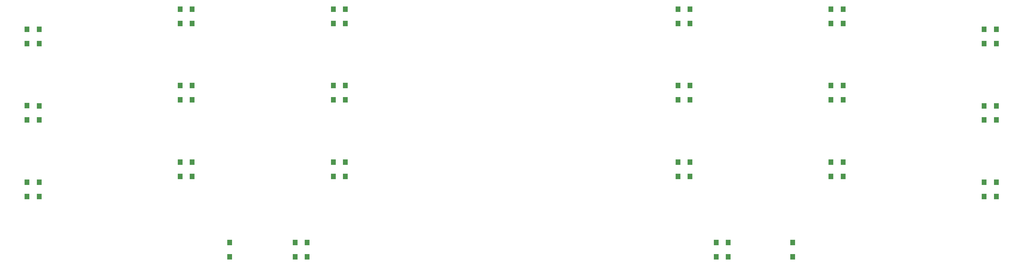
<source format=gbr>
%TF.GenerationSoftware,KiCad,Pcbnew,8.0.3*%
%TF.CreationDate,2024-08-02T01:13:42+01:00*%
%TF.ProjectId,corne-light,636f726e-652d-46c6-9967-68742e6b6963,2.0*%
%TF.SameCoordinates,Original*%
%TF.FileFunction,Paste,Bot*%
%TF.FilePolarity,Positive*%
%FSLAX46Y46*%
G04 Gerber Fmt 4.6, Leading zero omitted, Abs format (unit mm)*
G04 Created by KiCad (PCBNEW 8.0.3) date 2024-08-02 01:13:42*
%MOMM*%
%LPD*%
G01*
G04 APERTURE LIST*
%ADD10R,1.300000X1.400000*%
G04 APERTURE END LIST*
D10*
%TO.C,D13*%
X-44652000Y9543625D03*
X-44652000Y5993625D03*
%TD*%
%TO.C,D14*%
X-41652000Y9540500D03*
X-41652000Y5990500D03*
%TD*%
%TO.C,D34*%
X195845347Y9540068D03*
X195845347Y5990068D03*
%TD*%
%TO.C,D12*%
X34348000Y33540500D03*
X34348000Y29990500D03*
%TD*%
%TO.C,D33*%
X116845347Y33540068D03*
X116845347Y29990068D03*
%TD*%
%TO.C,D32*%
X119845347Y33540068D03*
X119845347Y29990068D03*
%TD*%
%TO.C,D31*%
X154845347Y33545068D03*
X154845347Y29995068D03*
%TD*%
%TO.C,D30*%
X157845347Y33540068D03*
X157845347Y29990068D03*
%TD*%
%TO.C,D29*%
X192845347Y28540068D03*
X192845347Y24990068D03*
%TD*%
%TO.C,D28*%
X195845347Y28540068D03*
X195845347Y24990068D03*
%TD*%
%TO.C,D27*%
X116845347Y52540068D03*
X116845347Y48990068D03*
%TD*%
%TO.C,D26*%
X119845347Y52540068D03*
X119845347Y48990068D03*
%TD*%
%TO.C,D25*%
X154845347Y52545068D03*
X154845347Y48995068D03*
%TD*%
%TO.C,D24*%
X157845347Y52540068D03*
X157845347Y48990068D03*
%TD*%
%TO.C,D23*%
X192845347Y47540068D03*
X192845347Y43990068D03*
%TD*%
%TO.C,D22*%
X195845347Y47540068D03*
X195845347Y43990068D03*
%TD*%
%TO.C,D42*%
X126355347Y-5454932D03*
X126355347Y-9004932D03*
%TD*%
%TO.C,D41*%
X129355347Y-5454932D03*
X129355347Y-9004932D03*
%TD*%
%TO.C,D40*%
X145345347Y-5469932D03*
X145345347Y-9019932D03*
%TD*%
%TO.C,D39*%
X116845347Y14540068D03*
X116845347Y10990068D03*
%TD*%
%TO.C,D38*%
X119845347Y14540068D03*
X119845347Y10990068D03*
%TD*%
%TO.C,D37*%
X154845347Y14545068D03*
X154845347Y10995068D03*
%TD*%
%TO.C,D36*%
X157845347Y14540068D03*
X157845347Y10990068D03*
%TD*%
%TO.C,D35*%
X192845347Y9540068D03*
X192845347Y5990068D03*
%TD*%
%TO.C,D1*%
X-44652000Y47543625D03*
X-44652000Y43993625D03*
%TD*%
%TO.C,D2*%
X-41652000Y47540500D03*
X-41652000Y43990500D03*
%TD*%
%TO.C,D3*%
X-6652000Y52540500D03*
X-6652000Y48990500D03*
%TD*%
%TO.C,D4*%
X-3652000Y52545500D03*
X-3652000Y48995500D03*
%TD*%
%TO.C,D5*%
X31348000Y52540500D03*
X31348000Y48990500D03*
%TD*%
%TO.C,D6*%
X34348000Y52540500D03*
X34348000Y48990500D03*
%TD*%
%TO.C,D7*%
X-44652000Y28543625D03*
X-44652000Y24993625D03*
%TD*%
%TO.C,D8*%
X-41652000Y28540500D03*
X-41652000Y24990500D03*
%TD*%
%TO.C,D9*%
X-6652000Y33540500D03*
X-6652000Y29990500D03*
%TD*%
%TO.C,D10*%
X-3652000Y33545500D03*
X-3652000Y29995500D03*
%TD*%
%TO.C,D11*%
X31348000Y33540500D03*
X31348000Y29990500D03*
%TD*%
%TO.C,D15*%
X-6652000Y14540500D03*
X-6652000Y10990500D03*
%TD*%
%TO.C,D16*%
X-3652000Y14545500D03*
X-3652000Y10995500D03*
%TD*%
%TO.C,D17*%
X31348000Y14540500D03*
X31348000Y10990500D03*
%TD*%
%TO.C,D18*%
X34348000Y14540500D03*
X34348000Y10990500D03*
%TD*%
%TO.C,D19*%
X5668000Y-5449500D03*
X5668000Y-8999500D03*
%TD*%
%TO.C,D20*%
X21848000Y-5444500D03*
X21848000Y-8994500D03*
%TD*%
%TO.C,D21*%
X24848000Y-5444500D03*
X24848000Y-8994500D03*
%TD*%
M02*

</source>
